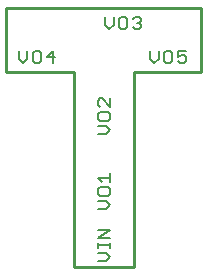
<source format=gbo>
G75*
%MOIN*%
%OFA0B0*%
%FSLAX24Y24*%
%IPPOS*%
%LPD*%
%AMOC8*
5,1,8,0,0,1.08239X$1,22.5*
%
%ADD10C,0.0100*%
%ADD11C,0.0080*%
D10*
X004642Y002517D02*
X006642Y002517D01*
X006642Y009017D01*
X008892Y009017D01*
X008892Y011142D01*
X002392Y011142D01*
X002392Y009017D01*
X004642Y009017D01*
X004642Y002517D01*
D11*
X005431Y002704D02*
X005712Y002704D01*
X005852Y002844D01*
X005712Y002984D01*
X005431Y002984D01*
X005431Y003164D02*
X005431Y003304D01*
X005431Y003234D02*
X005852Y003234D01*
X005852Y003164D02*
X005852Y003304D01*
X005852Y003471D02*
X005431Y003471D01*
X005852Y003752D01*
X005431Y003752D01*
X005431Y004432D02*
X005712Y004432D01*
X005852Y004572D01*
X005712Y004712D01*
X005431Y004712D01*
X005501Y004892D02*
X005782Y004892D01*
X005852Y004962D01*
X005852Y005102D01*
X005782Y005172D01*
X005501Y005172D01*
X005431Y005102D01*
X005431Y004962D01*
X005501Y004892D01*
X005571Y005352D02*
X005431Y005493D01*
X005852Y005493D01*
X005852Y005633D02*
X005852Y005352D01*
X005712Y006932D02*
X005431Y006932D01*
X005431Y007212D02*
X005712Y007212D01*
X005852Y007072D01*
X005712Y006932D01*
X005782Y007392D02*
X005501Y007392D01*
X005431Y007462D01*
X005431Y007602D01*
X005501Y007672D01*
X005782Y007672D01*
X005852Y007602D01*
X005852Y007462D01*
X005782Y007392D01*
X005852Y007852D02*
X005571Y008133D01*
X005501Y008133D01*
X005431Y008063D01*
X005431Y007923D01*
X005501Y007852D01*
X005852Y007852D02*
X005852Y008133D01*
X007182Y009447D02*
X007322Y009307D01*
X007462Y009447D01*
X007462Y009727D01*
X007642Y009657D02*
X007642Y009377D01*
X007712Y009307D01*
X007852Y009307D01*
X007922Y009377D01*
X007922Y009657D01*
X007852Y009727D01*
X007712Y009727D01*
X007642Y009657D01*
X008102Y009727D02*
X008102Y009517D01*
X008243Y009587D01*
X008313Y009587D01*
X008383Y009517D01*
X008383Y009377D01*
X008313Y009307D01*
X008173Y009307D01*
X008102Y009377D01*
X008102Y009727D02*
X008383Y009727D01*
X007182Y009727D02*
X007182Y009447D01*
X006813Y010432D02*
X006673Y010432D01*
X006602Y010502D01*
X006743Y010642D02*
X006813Y010642D01*
X006883Y010572D01*
X006883Y010502D01*
X006813Y010432D01*
X006813Y010642D02*
X006883Y010712D01*
X006883Y010782D01*
X006813Y010852D01*
X006673Y010852D01*
X006602Y010782D01*
X006422Y010782D02*
X006422Y010502D01*
X006352Y010432D01*
X006212Y010432D01*
X006142Y010502D01*
X006142Y010782D01*
X006212Y010852D01*
X006352Y010852D01*
X006422Y010782D01*
X005962Y010852D02*
X005962Y010572D01*
X005822Y010432D01*
X005682Y010572D01*
X005682Y010852D01*
X004008Y009517D02*
X003727Y009517D01*
X003938Y009727D01*
X003938Y009307D01*
X003547Y009377D02*
X003547Y009657D01*
X003477Y009727D01*
X003337Y009727D01*
X003267Y009657D01*
X003267Y009377D01*
X003337Y009307D01*
X003477Y009307D01*
X003547Y009377D01*
X003087Y009447D02*
X003087Y009727D01*
X003087Y009447D02*
X002947Y009307D01*
X002807Y009447D01*
X002807Y009727D01*
M02*

</source>
